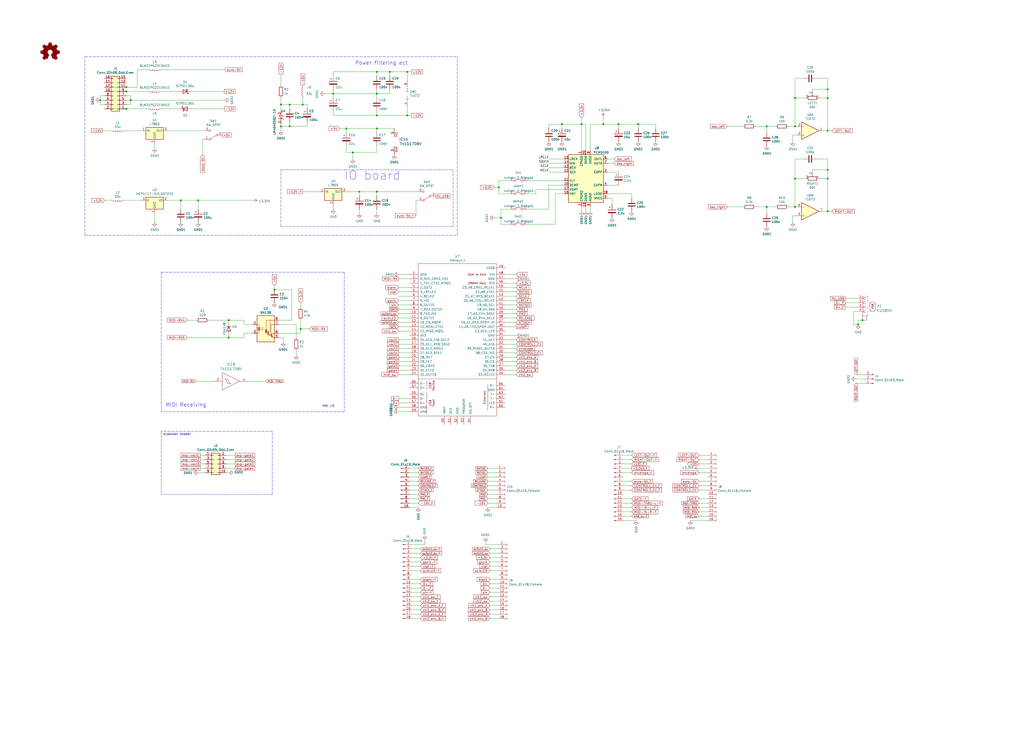
<source format=kicad_sch>
(kicad_sch (version 20211123) (generator eeschema)
  (paper "User" 597.103 436.067)
  (junction (at 447.04 73.66))
  (junction (at 482.6 123.19))
  (junction (at 463.55 73.66))
  (junction (at 502.92 186.69))
  (junction (at 73.66 50.8))
  (junction (at 160.02 168.91))
  (junction (at 105.41 116.84))
  (junction (at 447.04 120.65))
  (junction (at 351.79 72.39))
  (junction (at 219.71 111.76))
  (junction (at 482.6 52.07))
  (junction (at 194.31 54.61))
  (junction (at 163.83 60.96))
  (junction (at 500.38 189.23))
  (junction (at 227.33 41.91))
  (junction (at 209.55 111.76))
  (junction (at 237.49 67.31))
  (junction (at 463.55 120.65))
  (junction (at 205.74 88.9))
  (junction (at 463.55 104.14))
  (junction (at 463.55 57.15))
  (junction (at 163.83 73.66))
  (junction (at 339.09 72.39))
  (junction (at 219.71 67.31))
  (junction (at 133.35 186.69))
  (junction (at 168.91 73.66))
  (junction (at 115.57 116.84))
  (junction (at 76.2 58.42))
  (junction (at 292.1 127))
  (junction (at 372.11 72.39))
  (junction (at 133.35 196.85))
  (junction (at 58.42 58.42))
  (junction (at 482.6 104.14))
  (junction (at 327.66 72.39))
  (junction (at 360.68 72.39))
  (junction (at 482.6 99.06))
  (junction (at 175.26 191.77))
  (junction (at 482.6 76.2))
  (junction (at 219.71 74.93))
  (junction (at 168.91 60.96))
  (junction (at 290.83 109.22))
  (junction (at 73.66 63.5))
  (junction (at 482.6 57.15))
  (junction (at 201.93 74.93))
  (junction (at 219.71 54.61))
  (junction (at 73.66 53.34))
  (junction (at 219.71 41.91))
  (junction (at 176.53 60.96))
  (junction (at 237.49 41.91))
  (wire (pts (xy 58.42 60.96) (xy 58.42 58.42)))
  (wire (pts (xy 142.24 189.23) (xy 147.32 189.23)))
  (wire (pts (xy 320.04 74.93) (xy 320.04 72.39)))
  (wire (pts (xy 132.08 270.51) (xy 137.16 270.51)))
  (wire (pts (xy 363.22 303.53) (xy 370.84 303.53)))
  (wire (pts (xy 205.74 88.9) (xy 219.71 88.9)))
  (wire (pts (xy 60.96 60.96) (xy 58.42 60.96)))
  (wire (pts (xy 227.33 41.91) (xy 237.49 41.91)))
  (wire (pts (xy 339.09 72.39) (xy 339.09 87.63)))
  (wire (pts (xy 194.31 121.92) (xy 194.31 119.38)))
  (wire (pts (xy 412.75 293.37) (xy 407.67 293.37)))
  (wire (pts (xy 462.28 78.74) (xy 462.28 82.55)))
  (wire (pts (xy 179.07 73.66) (xy 168.91 73.66)))
  (wire (pts (xy 354.33 115.57) (xy 356.87 115.57)))
  (wire (pts (xy 424.18 73.66) (xy 433.07 73.66)))
  (wire (pts (xy 160.02 168.91) (xy 160.02 166.37)))
  (wire (pts (xy 412.75 280.67) (xy 407.67 280.67)))
  (wire (pts (xy 294.64 205.74) (xy 300.99 205.74)))
  (wire (pts (xy 232.41 162.56) (xy 238.76 162.56)))
  (wire (pts (xy 240.03 347.98) (xy 245.11 347.98)))
  (wire (pts (xy 368.3 113.03) (xy 368.3 115.57)))
  (wire (pts (xy 482.6 104.14) (xy 482.6 123.19)))
  (polyline (pts (xy 264.16 99.06) (xy 264.16 132.08)))
  (wire (pts (xy 60.96 55.88) (xy 58.42 55.88)))
  (wire (pts (xy 219.71 64.77) (xy 219.71 67.31)))
  (wire (pts (xy 464.82 125.73) (xy 462.28 125.73)))
  (wire (pts (xy 482.6 45.72) (xy 482.6 52.07)))
  (wire (pts (xy 292.1 130.81) (xy 292.1 127)))
  (wire (pts (xy 162.56 196.85) (xy 165.1 196.85)))
  (wire (pts (xy 242.57 116.84) (xy 242.57 125.73)))
  (wire (pts (xy 363.22 298.45) (xy 368.3 298.45)))
  (wire (pts (xy 238.76 280.67) (xy 243.84 280.67)))
  (wire (pts (xy 240.03 350.52) (xy 245.11 350.52)))
  (wire (pts (xy 232.41 180.34) (xy 238.76 180.34)))
  (wire (pts (xy 504.19 218.44) (xy 499.11 218.44)))
  (wire (pts (xy 285.75 347.98) (xy 290.83 347.98)))
  (wire (pts (xy 447.04 73.66) (xy 452.12 73.66)))
  (wire (pts (xy 292.1 121.92) (xy 297.18 121.92)))
  (wire (pts (xy 473.71 99.06) (xy 473.71 100.33)))
  (wire (pts (xy 500.38 181.61) (xy 497.84 181.61)))
  (wire (pts (xy 463.55 92.71) (xy 463.55 104.14)))
  (wire (pts (xy 172.72 189.23) (xy 172.72 196.85)))
  (wire (pts (xy 290.83 320.04) (xy 285.75 320.04)))
  (wire (pts (xy 105.41 121.92) (xy 105.41 116.84)))
  (wire (pts (xy 289.56 280.67) (xy 284.48 280.67)))
  (wire (pts (xy 64.77 116.84) (xy 60.96 116.84)))
  (wire (pts (xy 238.76 278.13) (xy 243.84 278.13)))
  (polyline (pts (xy 93.98 158.75) (xy 200.66 158.75)))
  (wire (pts (xy 363.22 290.83) (xy 368.3 290.83)))
  (wire (pts (xy 227.33 54.61) (xy 219.71 54.61)))
  (wire (pts (xy 240.03 342.9) (xy 245.11 342.9)))
  (wire (pts (xy 93.98 40.64) (xy 130.81 40.64)))
  (wire (pts (xy 312.42 110.49) (xy 328.93 110.49)))
  (wire (pts (xy 238.76 283.21) (xy 243.84 283.21)))
  (wire (pts (xy 93.98 63.5) (xy 104.14 63.5)))
  (wire (pts (xy 240.03 337.82) (xy 245.11 337.82)))
  (polyline (pts (xy 200.66 158.75) (xy 200.66 240.03)))
  (wire (pts (xy 232.41 234.95) (xy 238.76 234.95)))
  (wire (pts (xy 163.83 64.77) (xy 163.83 60.96)))
  (wire (pts (xy 320.04 92.71) (xy 328.93 92.71)))
  (wire (pts (xy 219.71 121.92) (xy 219.71 124.46)))
  (wire (pts (xy 240.03 320.04) (xy 245.11 320.04)))
  (wire (pts (xy 300.99 213.36) (xy 294.64 213.36)))
  (wire (pts (xy 115.57 121.92) (xy 115.57 116.84)))
  (wire (pts (xy 162.56 189.23) (xy 172.72 189.23)))
  (wire (pts (xy 238.76 290.83) (xy 243.84 290.83)))
  (wire (pts (xy 482.6 52.07) (xy 482.6 57.15)))
  (wire (pts (xy 111.76 53.34) (xy 130.81 53.34)))
  (wire (pts (xy 294.64 177.8) (xy 300.99 177.8)))
  (wire (pts (xy 247.65 317.5) (xy 247.65 314.96)))
  (wire (pts (xy 219.71 88.9) (xy 219.71 85.09)))
  (wire (pts (xy 232.41 198.12) (xy 238.76 198.12)))
  (wire (pts (xy 132.08 267.97) (xy 137.16 267.97)))
  (wire (pts (xy 229.87 74.93) (xy 219.71 74.93)))
  (wire (pts (xy 232.41 182.88) (xy 238.76 182.88)))
  (polyline (pts (xy 200.66 240.03) (xy 93.98 240.03)))
  (wire (pts (xy 482.6 99.06) (xy 482.6 104.14)))
  (wire (pts (xy 227.33 52.07) (xy 227.33 54.61)))
  (wire (pts (xy 73.66 55.88) (xy 76.2 55.88)))
  (wire (pts (xy 440.69 120.65) (xy 447.04 120.65)))
  (wire (pts (xy 175.26 191.77) (xy 175.26 194.31)))
  (wire (pts (xy 209.55 114.3) (xy 209.55 111.76)))
  (wire (pts (xy 412.75 273.05) (xy 407.67 273.05)))
  (wire (pts (xy 60.96 53.34) (xy 73.66 53.34)))
  (wire (pts (xy 463.55 57.15) (xy 469.9 57.15)))
  (wire (pts (xy 73.66 60.96) (xy 76.2 60.96)))
  (wire (pts (xy 60.96 58.42) (xy 58.42 58.42)))
  (wire (pts (xy 294.64 175.26) (xy 300.99 175.26)))
  (wire (pts (xy 194.31 54.61) (xy 219.71 54.61)))
  (wire (pts (xy 73.66 63.5) (xy 86.36 63.5)))
  (wire (pts (xy 201.93 88.9) (xy 201.93 85.09)))
  (wire (pts (xy 118.11 81.28) (xy 118.11 90.17)))
  (polyline (pts (xy 93.98 251.46) (xy 93.98 288.29)))
  (wire (pts (xy 463.55 73.66) (xy 463.55 57.15)))
  (wire (pts (xy 363.22 283.21) (xy 368.3 283.21)))
  (wire (pts (xy 320.04 95.25) (xy 328.93 95.25)))
  (wire (pts (xy 168.91 60.96) (xy 168.91 63.5)))
  (wire (pts (xy 142.24 194.31) (xy 147.32 194.31)))
  (wire (pts (xy 363.22 265.43) (xy 368.3 265.43)))
  (wire (pts (xy 482.6 76.2) (xy 485.14 76.2)))
  (wire (pts (xy 288.29 127) (xy 292.1 127)))
  (wire (pts (xy 307.34 105.41) (xy 328.93 105.41)))
  (wire (pts (xy 232.41 187.96) (xy 238.76 187.96)))
  (wire (pts (xy 307.34 121.92) (xy 320.04 121.92)))
  (wire (pts (xy 240.03 330.2) (xy 245.11 330.2)))
  (wire (pts (xy 232.41 237.49) (xy 238.76 237.49)))
  (wire (pts (xy 238.76 167.64) (xy 232.41 167.64)))
  (wire (pts (xy 468.63 45.72) (xy 463.55 45.72)))
  (wire (pts (xy 240.03 322.58) (xy 245.11 322.58)))
  (wire (pts (xy 289.56 293.37) (xy 284.48 293.37)))
  (wire (pts (xy 58.42 55.88) (xy 58.42 58.42)))
  (wire (pts (xy 363.22 273.05) (xy 368.3 273.05)))
  (wire (pts (xy 243.84 116.84) (xy 242.57 116.84)))
  (wire (pts (xy 289.56 275.59) (xy 284.48 275.59)))
  (wire (pts (xy 64.77 76.2) (xy 59.69 76.2)))
  (wire (pts (xy 320.04 107.95) (xy 328.93 107.95)))
  (wire (pts (xy 238.76 275.59) (xy 243.84 275.59)))
  (wire (pts (xy 170.18 186.69) (xy 170.18 168.91)))
  (wire (pts (xy 240.03 340.36) (xy 245.11 340.36)))
  (wire (pts (xy 339.09 68.58) (xy 339.09 72.39)))
  (wire (pts (xy 363.22 300.99) (xy 368.3 300.99)))
  (wire (pts (xy 500.38 173.99) (xy 492.76 173.99)))
  (wire (pts (xy 320.04 97.79) (xy 328.93 97.79)))
  (wire (pts (xy 219.71 111.76) (xy 243.84 111.76)))
  (wire (pts (xy 219.71 67.31) (xy 237.49 67.31)))
  (wire (pts (xy 480.06 76.2) (xy 482.6 76.2)))
  (wire (pts (xy 111.76 63.5) (xy 130.81 63.5)))
  (wire (pts (xy 232.41 193.04) (xy 238.76 193.04)))
  (wire (pts (xy 290.83 327.66) (xy 285.75 327.66)))
  (wire (pts (xy 201.93 74.93) (xy 198.12 74.93)))
  (wire (pts (xy 209.55 111.76) (xy 219.71 111.76)))
  (wire (pts (xy 237.49 46.99) (xy 237.49 41.91)))
  (wire (pts (xy 194.31 41.91) (xy 219.71 41.91)))
  (wire (pts (xy 201.93 74.93) (xy 201.93 77.47)))
  (wire (pts (xy 163.83 73.66) (xy 168.91 73.66)))
  (polyline (pts (xy 93.98 240.03) (xy 93.98 158.75)))
  (polyline (pts (xy 266.7 137.16) (xy 266.7 33.02)))
  (wire (pts (xy 320.04 100.33) (xy 328.93 100.33)))
  (wire (pts (xy 76.2 58.42) (xy 130.81 58.42)))
  (wire (pts (xy 351.79 72.39) (xy 360.68 72.39)))
  (wire (pts (xy 240.03 317.5) (xy 247.65 317.5)))
  (wire (pts (xy 232.41 213.36) (xy 238.76 213.36)))
  (wire (pts (xy 412.75 285.75) (xy 407.67 285.75)))
  (wire (pts (xy 290.83 332.74) (xy 285.75 332.74)))
  (wire (pts (xy 168.91 60.96) (xy 176.53 60.96)))
  (wire (pts (xy 90.17 124.46) (xy 90.17 129.54)))
  (wire (pts (xy 473.71 99.06) (xy 482.6 99.06)))
  (wire (pts (xy 294.64 170.18) (xy 300.99 170.18)))
  (wire (pts (xy 327.66 74.93) (xy 327.66 72.39)))
  (wire (pts (xy 344.17 87.63) (xy 344.17 72.39)))
  (wire (pts (xy 237.49 67.31) (xy 240.03 67.31)))
  (wire (pts (xy 109.22 196.85) (xy 133.35 196.85)))
  (wire (pts (xy 497.84 189.23) (xy 500.38 189.23)))
  (wire (pts (xy 294.64 167.64) (xy 300.99 167.64)))
  (wire (pts (xy 176.53 111.76) (xy 186.69 111.76)))
  (wire (pts (xy 175.26 191.77) (xy 180.34 191.77)))
  (polyline (pts (xy 163.83 132.08) (xy 264.16 132.08)))
  (wire (pts (xy 238.76 295.91) (xy 243.84 295.91)))
  (wire (pts (xy 205.74 88.9) (xy 205.74 92.71)))
  (wire (pts (xy 283.21 317.5) (xy 290.83 317.5)))
  (wire (pts (xy 477.52 104.14) (xy 482.6 104.14)))
  (wire (pts (xy 133.35 196.85) (xy 142.24 196.85)))
  (wire (pts (xy 294.64 180.34) (xy 300.99 180.34)))
  (wire (pts (xy 294.64 203.2) (xy 300.99 203.2)))
  (wire (pts (xy 232.41 172.72) (xy 238.76 172.72)))
  (wire (pts (xy 289.56 288.29) (xy 284.48 288.29)))
  (wire (pts (xy 232.41 215.9) (xy 238.76 215.9)))
  (wire (pts (xy 300.99 215.9) (xy 294.64 215.9)))
  (wire (pts (xy 372.11 72.39) (xy 382.27 72.39)))
  (wire (pts (xy 463.55 45.72) (xy 463.55 57.15)))
  (wire (pts (xy 232.41 177.8) (xy 238.76 177.8)))
  (wire (pts (xy 232.41 203.2) (xy 238.76 203.2)))
  (wire (pts (xy 289.56 273.05) (xy 284.48 273.05)))
  (wire (pts (xy 76.2 55.88) (xy 76.2 58.42)))
  (wire (pts (xy 289.56 285.75) (xy 284.48 285.75)))
  (wire (pts (xy 163.83 72.39) (xy 163.83 73.66)))
  (wire (pts (xy 209.55 121.92) (xy 209.55 124.46)))
  (polyline (pts (xy 49.53 137.16) (xy 49.53 33.02)))
  (wire (pts (xy 97.79 76.2) (xy 119.38 76.2)))
  (wire (pts (xy 307.34 130.81) (xy 323.85 130.81)))
  (wire (pts (xy 227.33 44.45) (xy 227.33 41.91)))
  (wire (pts (xy 327.66 72.39) (xy 339.09 72.39)))
  (wire (pts (xy 363.22 270.51) (xy 368.3 270.51)))
  (wire (pts (xy 323.85 113.03) (xy 328.93 113.03)))
  (wire (pts (xy 285.75 350.52) (xy 290.83 350.52)))
  (wire (pts (xy 464.82 78.74) (xy 462.28 78.74)))
  (wire (pts (xy 504.19 223.52) (xy 499.11 223.52)))
  (wire (pts (xy 341.63 87.63) (xy 341.63 72.39)))
  (wire (pts (xy 500.38 186.69) (xy 500.38 189.23)))
  (wire (pts (xy 73.66 50.8) (xy 80.01 50.8)))
  (wire (pts (xy 290.83 330.2) (xy 285.75 330.2)))
  (wire (pts (xy 165.1 196.85) (xy 165.1 199.39)))
  (wire (pts (xy 339.09 123.19) (xy 339.09 120.65)))
  (wire (pts (xy 363.22 267.97) (xy 368.3 267.97)))
  (wire (pts (xy 238.76 285.75) (xy 243.84 285.75)))
  (wire (pts (xy 447.04 120.65) (xy 452.12 120.65)))
  (wire (pts (xy 219.71 54.61) (xy 219.71 52.07)))
  (polyline (pts (xy 158.75 251.46) (xy 93.98 251.46)))
  (wire (pts (xy 412.75 275.59) (xy 407.67 275.59)))
  (wire (pts (xy 176.53 60.96) (xy 176.53 57.15)))
  (wire (pts (xy 363.22 280.67) (xy 368.3 280.67)))
  (wire (pts (xy 116.84 273.05) (xy 119.38 273.05)))
  (wire (pts (xy 93.98 53.34) (xy 104.14 53.34)))
  (wire (pts (xy 72.39 116.84) (xy 82.55 116.84)))
  (wire (pts (xy 76.2 60.96) (xy 76.2 58.42)))
  (wire (pts (xy 133.35 186.69) (xy 142.24 186.69)))
  (wire (pts (xy 240.03 325.12) (xy 245.11 325.12)))
  (wire (pts (xy 194.31 64.77) (xy 194.31 67.31)))
  (wire (pts (xy 289.56 278.13) (xy 284.48 278.13)))
  (wire (pts (xy 502.92 186.69) (xy 505.46 186.69)))
  (wire (pts (xy 238.76 293.37) (xy 243.84 293.37)))
  (wire (pts (xy 219.71 41.91) (xy 227.33 41.91)))
  (wire (pts (xy 372.11 72.39) (xy 372.11 74.93)))
  (wire (pts (xy 290.83 342.9) (xy 285.75 342.9)))
  (wire (pts (xy 459.74 120.65) (xy 463.55 120.65)))
  (wire (pts (xy 292.1 127) (xy 292.1 121.92)))
  (wire (pts (xy 500.38 176.53) (xy 492.76 176.53)))
  (wire (pts (xy 294.64 187.96) (xy 300.99 187.96)))
  (wire (pts (xy 473.71 52.07) (xy 473.71 53.34)))
  (wire (pts (xy 245.11 360.68) (xy 240.03 360.68)))
  (wire (pts (xy 168.91 71.12) (xy 168.91 73.66)))
  (wire (pts (xy 344.17 123.19) (xy 344.17 120.65)))
  (wire (pts (xy 300.99 208.28) (xy 294.64 208.28)))
  (wire (pts (xy 360.68 72.39) (xy 372.11 72.39)))
  (wire (pts (xy 176.53 60.96) (xy 179.07 60.96)))
  (wire (pts (xy 163.83 43.18) (xy 163.83 49.53)))
  (wire (pts (xy 412.75 300.99) (xy 407.67 300.99)))
  (wire (pts (xy 290.83 105.41) (xy 290.83 109.22)))
  (wire (pts (xy 289.56 283.21) (xy 284.48 283.21)))
  (wire (pts (xy 294.64 218.44) (xy 300.99 218.44)))
  (wire (pts (xy 73.66 53.34) (xy 86.36 53.34)))
  (wire (pts (xy 360.68 100.33) (xy 354.33 100.33)))
  (wire (pts (xy 297.18 130.81) (xy 292.1 130.81)))
  (wire (pts (xy 412.75 283.21) (xy 407.67 283.21)))
  (wire (pts (xy 294.64 172.72) (xy 300.99 172.72)))
  (wire (pts (xy 232.41 232.41) (xy 238.76 232.41)))
  (wire (pts (xy 105.41 116.84) (xy 115.57 116.84)))
  (wire (pts (xy 168.91 60.96) (xy 163.83 60.96)))
  (polyline (pts (xy 93.98 288.29) (xy 158.75 288.29)))
  (wire (pts (xy 307.34 113.03) (xy 312.42 113.03)))
  (wire (pts (xy 382.27 72.39) (xy 382.27 74.93)))
  (wire (pts (xy 447.04 120.65) (xy 447.04 124.46)))
  (wire (pts (xy 290.83 337.82) (xy 285.75 337.82)))
  (wire (pts (xy 412.75 303.53) (xy 402.59 303.53)))
  (wire (pts (xy 142.24 186.69) (xy 142.24 189.23)))
  (wire (pts (xy 289.56 290.83) (xy 284.48 290.83)))
  (wire (pts (xy 201.93 74.93) (xy 219.71 74.93)))
  (wire (pts (xy 500.38 179.07) (xy 492.76 179.07)))
  (wire (pts (xy 297.18 105.41) (xy 290.83 105.41)))
  (polyline (pts (xy 163.83 132.08) (xy 163.83 99.06)))
  (wire (pts (xy 238.76 273.05) (xy 243.84 273.05)))
  (wire (pts (xy 194.31 67.31) (xy 219.71 67.31)))
  (wire (pts (xy 447.04 73.66) (xy 447.04 77.47)))
  (wire (pts (xy 60.96 50.8) (xy 73.66 50.8)))
  (polyline (pts (xy 49.53 33.02) (xy 266.7 33.02)))
  (wire (pts (xy 162.56 186.69) (xy 170.18 186.69)))
  (wire (pts (xy 351.79 68.58) (xy 351.79 72.39)))
  (wire (pts (xy 297.18 113.03) (xy 290.83 113.03)))
  (wire (pts (xy 504.19 220.98) (xy 499.11 220.98)))
  (wire (pts (xy 240.03 327.66) (xy 245.11 327.66)))
  (wire (pts (xy 133.35 275.59) (xy 132.08 275.59)))
  (wire (pts (xy 232.41 190.5) (xy 238.76 190.5)))
  (wire (pts (xy 285.75 360.68) (xy 290.83 360.68)))
  (wire (pts (xy 237.49 41.91) (xy 240.03 41.91)))
  (wire (pts (xy 60.96 63.5) (xy 73.66 63.5)))
  (wire (pts (xy 300.99 200.66) (xy 294.64 200.66)))
  (wire (pts (xy 360.68 107.95) (xy 354.33 107.95)))
  (wire (pts (xy 205.74 88.9) (xy 201.93 88.9)))
  (wire (pts (xy 80.01 40.64) (xy 86.36 40.64)))
  (wire (pts (xy 300.99 195.58) (xy 294.64 195.58)))
  (wire (pts (xy 232.41 170.18) (xy 238.76 170.18)))
  (wire (pts (xy 175.26 186.69) (xy 175.26 191.77)))
  (polyline (pts (xy 49.53 137.16) (xy 266.7 137.16)))
  (wire (pts (xy 473.71 52.07) (xy 482.6 52.07)))
  (wire (pts (xy 232.41 200.66) (xy 238.76 200.66)))
  (wire (pts (xy 482.6 92.71) (xy 482.6 99.06)))
  (wire (pts (xy 175.26 179.07) (xy 175.26 176.53)))
  (wire (pts (xy 294.64 162.56) (xy 300.99 162.56)))
  (wire (pts (xy 285.75 325.12) (xy 290.83 325.12)))
  (wire (pts (xy 132.08 273.05) (xy 137.16 273.05)))
  (wire (pts (xy 194.31 57.15) (xy 194.31 54.61)))
  (wire (pts (xy 476.25 45.72) (xy 482.6 45.72)))
  (wire (pts (xy 283.21 317.5) (xy 283.21 316.23)))
  (wire (pts (xy 232.41 218.44) (xy 238.76 218.44)))
  (wire (pts (xy 463.55 120.65) (xy 463.55 104.14)))
  (wire (pts (xy 300.99 198.12) (xy 294.64 198.12)))
  (wire (pts (xy 179.07 60.96) (xy 179.07 63.5)))
  (wire (pts (xy 175.26 194.31) (xy 162.56 194.31)))
  (wire (pts (xy 294.64 165.1) (xy 300.99 165.1)))
  (wire (pts (xy 285.75 353.06) (xy 290.83 353.06)))
  (wire (pts (xy 232.41 240.03) (xy 238.76 240.03)))
  (wire (pts (xy 290.83 345.44) (xy 285.75 345.44)))
  (wire (pts (xy 121.92 186.69) (xy 133.35 186.69)))
  (wire (pts (xy 116.84 265.43) (xy 119.38 265.43)))
  (wire (pts (xy 476.25 92.71) (xy 482.6 92.71)))
  (wire (pts (xy 170.18 168.91) (xy 160.02 168.91)))
  (wire (pts (xy 219.71 54.61) (xy 219.71 57.15)))
  (wire (pts (xy 320.04 121.92) (xy 320.04 107.95)))
  (wire (pts (xy 289.56 295.91) (xy 284.48 295.91)))
  (wire (pts (xy 363.22 293.37) (xy 368.3 293.37)))
  (wire (pts (xy 194.31 41.91) (xy 194.31 44.45)))
  (wire (pts (xy 497.84 181.61) (xy 497.84 189.23)))
  (wire (pts (xy 90.17 83.82) (xy 90.17 86.36)))
  (wire (pts (xy 285.75 358.14) (xy 290.83 358.14)))
  (wire (pts (xy 76.2 58.42) (xy 73.66 58.42)))
  (wire (pts (xy 232.41 185.42) (xy 238.76 185.42)))
  (wire (pts (xy 412.75 295.91) (xy 407.67 295.91)))
  (wire (pts (xy 354.33 113.03) (xy 368.3 113.03)))
  (wire (pts (xy 115.57 116.84) (xy 147.32 116.84)))
  (wire (pts (xy 219.71 114.3) (xy 219.71 111.76)))
  (wire (pts (xy 294.64 160.02) (xy 300.99 160.02)))
  (wire (pts (xy 290.83 322.58) (xy 285.75 322.58)))
  (wire (pts (xy 133.35 187.96) (xy 133.35 186.69)))
  (wire (pts (xy 179.07 71.12) (xy 179.07 73.66)))
  (wire (pts (xy 462.28 125.73) (xy 462.28 129.54)))
  (wire (pts (xy 480.06 123.19) (xy 482.6 123.19)))
  (wire (pts (xy 354.33 92.71) (xy 358.14 92.71)))
  (wire (pts (xy 219.71 77.47) (xy 219.71 74.93)))
  (wire (pts (xy 440.69 73.66) (xy 447.04 73.66)))
  (wire (pts (xy 341.63 72.39) (xy 339.09 72.39)))
  (wire (pts (xy 97.79 116.84) (xy 105.41 116.84)))
  (wire (pts (xy 363.22 285.75) (xy 368.3 285.75)))
  (wire (pts (xy 240.03 345.44) (xy 245.11 345.44)))
  (wire (pts (xy 482.6 57.15) (xy 482.6 76.2)))
  (wire (pts (xy 482.6 123.19) (xy 485.14 123.19)))
  (wire (pts (xy 80.01 50.8) (xy 80.01 40.64)))
  (wire (pts (xy 412.75 270.51) (xy 407.67 270.51)))
  (wire (pts (xy 294.64 190.5) (xy 300.99 190.5)))
  (wire (pts (xy 360.68 72.39) (xy 360.68 74.93)))
  (wire (pts (xy 124.46 222.25) (xy 114.3 222.25)))
  (wire (pts (xy 300.99 210.82) (xy 294.64 210.82)))
  (wire (pts (xy 201.93 111.76) (xy 209.55 111.76)))
  (wire (pts (xy 245.11 358.14) (xy 240.03 358.14)))
  (wire (pts (xy 245.11 353.06) (xy 240.03 353.06)))
  (wire (pts (xy 116.84 267.97) (xy 119.38 267.97)))
  (wire (pts (xy 290.83 340.36) (xy 285.75 340.36)))
  (wire (pts (xy 312.42 113.03) (xy 312.42 110.49)))
  (wire (pts (xy 477.52 57.15) (xy 482.6 57.15)))
  (wire (pts (xy 232.41 210.82) (xy 238.76 210.82)))
  (wire (pts (xy 463.55 73.66) (xy 464.82 73.66)))
  (wire (pts (xy 320.04 72.39) (xy 327.66 72.39)))
  (wire (pts (xy 468.63 92.71) (xy 463.55 92.71)))
  (wire (pts (xy 132.08 265.43) (xy 137.16 265.43)))
  (wire (pts (xy 407.67 267.97) (xy 412.75 267.97)))
  (wire (pts (xy 232.41 208.28) (xy 238.76 208.28)))
  (wire (pts (xy 115.57 275.59) (xy 119.38 275.59)))
  (wire (pts (xy 232.41 175.26) (xy 238.76 175.26)))
  (wire (pts (xy 356.87 115.57) (xy 356.87 119.38)))
  (wire (pts (xy 500.38 186.69) (xy 502.92 186.69)))
  (wire (pts (xy 463.55 104.14) (xy 469.9 104.14)))
  (wire (pts (xy 238.76 160.02) (xy 232.41 160.02)))
  (wire (pts (xy 288.29 109.22) (xy 290.83 109.22)))
  (wire (pts (xy 163.83 73.66) (xy 163.83 76.2)))
  (wire (pts (xy 194.31 54.61) (xy 189.23 54.61)))
  (wire (pts (xy 344.17 72.39) (xy 351.79 72.39)))
  (wire (pts (xy 119.38 81.28) (xy 118.11 81.28)))
  (wire (pts (xy 237.49 62.23) (xy 237.49 67.31)))
  (wire (pts (xy 142.24 196.85) (xy 142.24 194.31)))
  (wire (pts (xy 463.55 120.65) (xy 464.82 120.65)))
  (wire (pts (xy 240.03 332.74) (xy 245.11 332.74)))
  (wire (pts (xy 412.75 298.45) (xy 407.67 298.45)))
  (wire (pts (xy 163.83 57.15) (xy 163.83 60.96)))
  (wire (pts (xy 133.35 195.58) (xy 133.35 196.85)))
  (wire (pts (xy 290.83 113.03) (xy 290.83 109.22)))
  (wire (pts (xy 144.78 222.25) (xy 154.94 222.25)))
  (wire (pts (xy 363.22 275.59) (xy 368.3 275.59)))
  (wire (pts (xy 294.64 182.88) (xy 300.99 182.88)))
  (wire (pts (xy 363.22 295.91) (xy 368.3 295.91)))
  (wire (pts (xy 459.74 73.66) (xy 463.55 73.66)))
  (wire (pts (xy 238.76 288.29) (xy 243.84 288.29)))
  (polyline (pts (xy 158.75 288.29) (xy 158.75 251.46)))
  (wire (pts (xy 172.72 204.47) (xy 172.72 207.01)))
  (wire (pts (xy 245.11 355.6) (xy 240.03 355.6)))
  (wire (pts (xy 341.63 123.19) (xy 341.63 120.65)))
  (wire (pts (xy 323.85 130.81) (xy 323.85 113.03)))
  (wire (pts (xy 219.71 44.45) (xy 219.71 41.91)))
  (wire (pts (xy 114.3 186.69) (xy 109.22 186.69)))
  (wire (pts (xy 407.67 265.43) (xy 412.75 265.43)))
  (wire (pts (xy 412.75 290.83) (xy 407.67 290.83)))
  (wire (pts (xy 194.31 54.61) (xy 194.31 52.07)))
  (wire (pts (xy 424.18 120.65) (xy 433.07 120.65)))
  (wire (pts (xy 354.33 95.25) (xy 358.14 95.25)))
  (wire (pts (xy 72.39 76.2) (xy 82.55 76.2)))
  (wire (pts (xy 232.41 205.74) (xy 238.76 205.74)))
  (polyline (pts (xy 163.83 99.06) (xy 264.16 99.06)))
  (wire (pts (xy 116.84 270.51) (xy 119.38 270.51)))
  (wire (pts (xy 294.64 185.42) (xy 300.99 185.42)))
  (wire (pts (xy 285.75 355.6) (xy 290.83 355.6)))
  (text "MIDI Receiving" (at 96.52 237.49 0) (effects (font (size 2.159 2.159)) (justify left bottom)))
  (text "MIDI I/O" (at 187.96 237.49 0) (effects (font (size 1.0668 1.0668)) (justify left bottom)))
  (text "expander header" (at 95.25 254 0) (effects (font (size 1.27 1.27)) (justify left bottom)))
  (text "IO board" (at 200.66 105.41 0) (effects (font (size 5.0038 5.0038)) (justify left bottom)))
  (text "Power filtering ect" (at 207.01 38.1 0) (effects (font (size 2.159 2.159)) (justify left bottom)))
  (label "LRCLK" (at 320.04 92.71 180))
  (label "SCLK" (at 320.04 97.79 180))
  (label "SDATA" (at 320.04 95.25 180))
  (label "MCLK" (at 320.04 100.33 180))
  (global_label "exp-voct2" (shape passive) (at 116.84 267.97 180) (property "Intersheet References" "${INTERSHEET_REFS}" (effects hide)))
  (global_label "+12V-F" (shape bidirectional) (at 368.3 270.51 0) (effects (font (size 1.016 1.016))) (property "Intersheet References" "${INTERSHEET_REFS}" (effects hide)))
  (global_label "exp-voct3" (shape passive) (at 116.84 270.51 180) (property "Intersheet References" "${INTERSHEET_REFS}" (effects hide)))
  (global_label "ctl1_enc_A_F" (shape input) (at 245.11 353.06 0) (property "Intersheet References" "${INTERSHEET_REFS}" (effects hide)))
  (global_label "cutoff" (shape input) (at 284.48 278.13 180) (effects (font (size 1.016 1.016))) (property "Intersheet References" "${INTERSHEET_REFS}" (effects hide)))
  (global_label "switch1_sw-F" (shape input) (at 245.11 320.04 0) (effects (font (size 1.016 1.016))) (property "Intersheet References" "${INTERSHEET_REFS}" (effects hide)))
  (global_label "RELEASE" (shape input) (at 284.48 280.67 180) (effects (font (size 1.016 1.016))) (property "Intersheet References" "${INTERSHEET_REFS}" (effects hide)))
  (global_label "dac_left" (shape input) (at 424.18 73.66 180) (property "Intersheet References" "${INTERSHEET_REFS}" (effects hide)))
  (global_label "+3.3V" (shape input) (at 300.99 165.1 0) (property "Intersheet References" "${INTERSHEET_REFS}" (effects hide)))
  (global_label "PM2" (shape input) (at 284.48 288.29 180) (effects (font (size 1.016 1.016))) (property "Intersheet References" "${INTERSHEET_REFS}" (effects hide)))
  (global_label "envelope_F" (shape input) (at 368.3 275.59 0) (property "Intersheet References" "${INTERSHEET_REFS}" (effects hide)))
  (global_label "+3.3V" (shape input) (at 175.26 176.53 90) (property "Intersheet References" "${INTERSHEET_REFS}" (effects hide)))
  (global_label "exp-gate2" (shape passive) (at 137.16 267.97 0) (property "Intersheet References" "${INTERSHEET_REFS}" (effects hide)))
  (global_label "dac_right" (shape input) (at 424.18 120.65 180) (property "Intersheet References" "${INTERSHEET_REFS}" (effects hide)))
  (global_label "MIDI-THRU" (shape input) (at 407.67 293.37 180) (effects (font (size 1.016 1.016))) (property "Intersheet References" "${INTERSHEET_REFS}" (effects hide)))
  (global_label "LRCLK" (shape input) (at 300.99 175.26 0) (property "Intersheet References" "${INTERSHEET_REFS}" (effects hide)))
  (global_label "D+_F" (shape passive) (at 492.76 179.07 180) (property "Intersheet References" "${INTERSHEET_REFS}" (effects hide)))
  (global_label "+3.3V_F" (shape input) (at 245.11 325.12 0) (property "Intersheet References" "${INTERSHEET_REFS}" (effects hide)))
  (global_label "sclkLED" (shape input) (at 285.75 332.74 180) (property "Intersheet References" "${INTERSHEET_REFS}" (effects hide)))
  (global_label "envelope" (shape input) (at 407.67 275.59 180) (property "Intersheet References" "${INTERSHEET_REFS}" (effects hide)))
  (global_label "ctl1_enc_A" (shape input) (at 285.75 353.06 180) (property "Intersheet References" "${INTERSHEET_REFS}" (effects hide)))
  (global_label "ctl1_enc_A" (shape input) (at 300.99 208.28 0) (property "Intersheet References" "${INTERSHEET_REFS}" (effects hide)))
  (global_label "5V_USB" (shape passive) (at 254 114.3 0) (property "Intersheet References" "${INTERSHEET_REFS}" (effects hide)))
  (global_label "+12V-F" (shape passive) (at 176.53 111.76 180) (property "Intersheet References" "${INTERSHEET_REFS}" (effects hide)))
  (global_label "CONTROL2_CV_F" (shape input) (at 368.3 285.75 0) (property "Intersheet References" "${INTERSHEET_REFS}" (effects hide)))
  (global_label "voct1" (shape passive) (at 232.41 198.12 180) (property "Intersheet References" "${INTERSHEET_REFS}" (effects hide)))
  (global_label "+3.3V" (shape input) (at 288.29 109.22 180) (property "Intersheet References" "${INTERSHEET_REFS}" (effects hide)))
  (global_label "RIGHT-OUT" (shape input) (at 407.67 267.97 180) (property "Intersheet References" "${INTERSHEET_REFS}" (effects hide)))
  (global_label "ctl2_sw_F" (shape input) (at 245.11 350.52 0) (property "Intersheet References" "${INTERSHEET_REFS}" (effects hide)))
  (global_label "voct2" (shape passive) (at 232.41 200.66 180) (property "Intersheet References" "${INTERSHEET_REFS}" (effects hide)))
  (global_label "midi_sw" (shape input) (at 232.41 218.44 180) (property "Intersheet References" "${INTERSHEET_REFS}" (effects hide)))
  (global_label "D-_F" (shape passive) (at 492.76 176.53 180) (property "Intersheet References" "${INTERSHEET_REFS}" (effects hide)))
  (global_label "SCLK" (shape input) (at 300.99 172.72 0) (property "Intersheet References" "${INTERSHEET_REFS}" (effects hide)))
  (global_label "RATIO2_F" (shape input) (at 243.84 273.05 0) (effects (font (size 1.016 1.016))) (property "Intersheet References" "${INTERSHEET_REFS}" (effects hide)))
  (global_label "ctl2_enc_A_F" (shape input) (at 245.11 358.14 0) (property "Intersheet References" "${INTERSHEET_REFS}" (effects hide)))
  (global_label "sin" (shape input) (at 232.41 177.8 180) (property "Intersheet References" "${INTERSHEET_REFS}" (effects hide)))
  (global_label "blank-f" (shape input) (at 245.11 337.82 0) (property "Intersheet References" "${INTERSHEET_REFS}" (effects hide)))
  (global_label "switch2_sw" (shape input) (at 285.75 322.58 180) (effects (font (size 1.016 1.016))) (property "Intersheet References" "${INTERSHEET_REFS}" (effects hide)))
  (global_label "ATTACK_F" (shape input) (at 243.84 285.75 0) (effects (font (size 1.016 1.016))) (property "Intersheet References" "${INTERSHEET_REFS}" (effects hide)))
  (global_label "ctl1_sw_F" (shape input) (at 245.11 347.98 0) (property "Intersheet References" "${INTERSHEET_REFS}" (effects hide)))
  (global_label "exp-gate1" (shape passive) (at 137.16 265.43 0) (property "Intersheet References" "${INTERSHEET_REFS}" (effects hide)))
  (global_label "LEFT-OUT-F" (shape input) (at 368.3 265.43 0) (property "Intersheet References" "${INTERSHEET_REFS}" (effects hide)))
  (global_label "5V_USB" (shape passive) (at 492.76 173.99 180) (property "Intersheet References" "${INTERSHEET_REFS}" (effects hide)))
  (global_label "MIDI-RX4" (shape input) (at 407.67 298.45 180) (effects (font (size 1.016 1.016))) (property "Intersheet References" "${INTERSHEET_REFS}" (effects hide)))
  (global_label "xlat" (shape input) (at 285.75 330.2 180) (property "Intersheet References" "${INTERSHEET_REFS}" (effects hide)))
  (global_label "GATE" (shape input) (at 232.41 190.5 180) (effects (font (size 1.016 1.016))) (property "Intersheet References" "${INTERSHEET_REFS}" (effects hide)))
  (global_label "exp-voct1" (shape passive) (at 116.84 265.43 180) (property "Intersheet References" "${INTERSHEET_REFS}" (effects hide)))
  (global_label "MIDI-RX5" (shape input) (at 109.22 196.85 180) (property "Intersheet References" "${INTERSHEET_REFS}" (effects hide)))
  (global_label "MIDI-RX" (shape input) (at 114.3 222.25 180) (effects (font (size 1.016 1.016))) (property "Intersheet References" "${INTERSHEET_REFS}" (effects hide)))
  (global_label "GATE" (shape input) (at 407.67 290.83 180) (property "Intersheet References" "${INTERSHEET_REFS}" (effects hide)))
  (global_label "gate4" (shape passive) (at 232.41 215.9 180) (property "Intersheet References" "${INTERSHEET_REFS}" (effects hide)))
  (global_label "dac_left" (shape input) (at 358.14 92.71 0) (property "Intersheet References" "${INTERSHEET_REFS}" (effects hide)))
  (global_label "CONTROL3" (shape input) (at 284.48 283.21 180) (effects (font (size 1.016 1.016))) (property "Intersheet References" "${INTERSHEET_REFS}" (effects hide)))
  (global_label "ctl2_enc_A" (shape input) (at 300.99 213.36 0) (property "Intersheet References" "${INTERSHEET_REFS}" (effects hide)))
  (global_label "PM1" (shape input) (at 284.48 290.83 180) (effects (font (size 1.016 1.016))) (property "Intersheet References" "${INTERSHEET_REFS}" (effects hide)))
  (global_label "CONTROL1_CV_F" (shape input) (at 368.3 283.21 0) (property "Intersheet References" "${INTERSHEET_REFS}" (effects hide)))
  (global_label "PM1" (shape input) (at 300.99 180.34 0) (property "Intersheet References" "${INTERSHEET_REFS}" (effects hide)))
  (global_label "ctl2_sw" (shape input) (at 285.75 350.52 180) (property "Intersheet References" "${INTERSHEET_REFS}" (effects hide)))
  (global_label "ctl2_enc_B_F" (shape input) (at 245.11 360.68 0) (property "Intersheet References" "${INTERSHEET_REFS}" (effects hide)))
  (global_label "gate1" (shape passive) (at 232.41 208.28 180) (property "Intersheet References" "${INTERSHEET_REFS}" (effects hide)))
  (global_label "switch2_sw-F" (shape input) (at 245.11 322.58 0) (effects (font (size 1.016 1.016))) (property "Intersheet References" "${INTERSHEET_REFS}" (effects hide)))
  (global_label "euro-5V" (shape input) (at 118.11 90.17 270) (property "Intersheet References" "${INTERSHEET_REFS}" (effects hide)))
  (global_label "switch1_sw" (shape input) (at 232.41 182.88 180) (effects (font (size 1.016 1.016))) (property "Intersheet References" "${INTERSHEET_REFS}" (effects hide)))
  (global_label "sin-f" (shape input) (at 245.11 345.44 0) (property "Intersheet References" "${INTERSHEET_REFS}" (effects hide)))
  (global_label "gate3" (shape passive) (at 232.41 213.36 180) (property "Intersheet References" "${INTERSHEET_REFS}" (effects hide)))
  (global_label "-10V" (shape input) (at 284.48 293.37 180) (property "Intersheet References" "${INTERSHEET_REFS}" (effects hide)))
  (global_label "+5V" (shape input) (at 300.99 160.02 0) (property "Intersheet References" "${INTERSHEET_REFS}" (effects hide)))
  (global_label "-12V" (shape passive) (at 130.81 63.5 0) (property "Intersheet References" "${INTERSHEET_REFS}" (effects hide)))
  (global_label "CONTROL3_F" (shape input) (at 243.84 283.21 0) (effects (font (size 1.016 1.016))) (property "Intersheet References" "${INTERSHEET_REFS}" (effects hide)))
  (global_label "ctl2_sw" (shape input) (at 300.99 218.44 0) (property "Intersheet References" "${INTERSHEET_REFS}" (effects hide)))
  (global_label "RIGHT-OUT" (shape input) (at 485.14 123.19 0) (property "Intersheet References" "${INTERSHEET_REFS}" (effects hide)))
  (global_label "MIDI-RX" (shape passive) (at 232.41 162.56 180) (property "Intersheet References" "${INTERSHEET_REFS}" (effects hide)))
  (global_label "RIGHT-OUT" (shape input) (at 499.11 223.52 270) (effects (font (size 1.016 1.016))) (property "Intersheet References" "${INTERSHEET_REFS}" (effects hide)))
  (global_label "+5V" (shape input) (at 198.12 74.93 180) (property "Intersheet References" "${INTERSHEET_REFS}" (effects hide)))
  (global_label "RATIO2" (shape input) (at 284.48 273.05 180) (effects (font (size 1.016 1.016))) (property "Intersheet References" "${INTERSHEET_REFS}" (effects hide)))
  (global_label "euro-5V" (shape input) (at 407.67 280.67 180) (property "Intersheet References" "${INTERSHEET_REFS}" (effects hide)))
  (global_label "cutoff_f" (shape input) (at 243.84 278.13 0) (effects (font (size 1.016 1.016))) (property "Intersheet References" "${INTERSHEET_REFS}" (effects hide)))
  (global_label "RATIO1" (shape input) (at 284.48 275.59 180) (effects (font (size 1.016 1.016))) (property "Intersheet References" "${INTERSHEET_REFS}" (effects hide)))
  (global_label "ATTACK" (shape input) (at 284.48 285.75 180) (effects (font (size 1.016 1.016))) (property "Intersheet References" "${INTERSHEET_REFS}" (effects hide)))
  (global_label "+5V" (shape passive) (at 129.54 78.74 0) (property "Intersheet References" "${INTERSHEET_REFS}" (effects hide)))
  (global_label "ctl1_sw" (shape input) (at 285.75 347.98 180) (property "Intersheet References" "${INTERSHEET_REFS}" (effects hide)))
  (global_label "voct3" (shape passive) (at 232.41 203.2 180) (property "Intersheet References" "${INTERSHEET_REFS}" (effects hide)))
  (global_label "CONTROL2_CV" (shape input) (at 300.99 205.74 0) (property "Intersheet References" "${INTERSHEET_REFS}" (effects hide)))
  (global_label "PM2" (shape input) (at 300.99 182.88 0) (property "Intersheet References" "${INTERSHEET_REFS}" (effects hide)))
  (global_label "midi_sw" (shape input) (at 407.67 300.99 180) (effects (font (size 1.016 1.016))) (property "Intersheet References" "${INTERSHEET_REFS}" (effects hide)))
  (global_label "ATTACK" (shape input) (at 300.99 187.96 0) (property "Intersheet References" "${INTERSHEET_REFS}" (effects hide)))
  (global_label "switch2_sw" (shape input) (at 232.41 187.96 180) (effects (font (size 1.016 1.016))) (property "Intersheet References" "${INTERSHEET_REFS}" (effects hide)))
  (global_label "+12V" (shape passive) (at 130.81 53.34 0) (property "Intersheet References" "${INTERSHEET_REFS}" (effects hide)))
  (global_label "D-_F" (shape input) (at 245.11 342.9 0) (property "Intersheet References" "${INTERSHEET_REFS}" (effects hide)))
  (global_label "MIDI-IN-L-F" (shape input) (at 368.3 295.91 0) (property "Intersheet References" "${INTERSHEET_REFS}" (effects hide)))
  (global_label "gsclk-f" (shape input) (at 245.11 327.66 0) (property "Intersheet References" "${INTERSHEET_REFS}" (effects hide)))
  (global_label "D+" (shape input) (at 285.75 340.36 180) (property "Intersheet References" "${INTERSHEET_REFS}" (effects hide)))
  (global_label "+5V" (shape input) (at 160.02 166.37 90) (property "Intersheet References" "${INTERSHEET_REFS}" (effects hide)))
  (global_label "D+" (shape passive) (at 232.41 234.95 180) (property "Intersheet References" "${INTERSHEET_REFS}" (effects hide)))
  (global_label "D-" (shape input) (at 285.75 342.9 180) (property "Intersheet References" "${INTERSHEET_REFS}" (effects hide)))
  (global_label "GATE-F" (shape input) (at 368.3 290.83 0) (property "Intersheet References" "${INTERSHEET_REFS}" (effects hide)))
  (global_label "-10V_F" (shape input) (at 243.84 293.37 0) (property "Intersheet References" "${INTERSHEET_REFS}" (effects hide)))
  (global_label "RELEASE_F" (shape input) (at 243.84 280.67 0) (effects (font (size 1.016 1.016))) (property "Intersheet References" "${INTERSHEET_REFS}" (effects hide)))
  (global_label "+12V" (shape input) (at 60.96 116.84 180) (property "Intersheet References" "${INTERSHEET_REFS}" (effects hide)))
  (global_label "cutoff" (shape passive) (at 300.99 190.5 0) (property "Intersheet References" "${INTERSHEET_REFS}" (effects hide)))
  (global_label "RATIO2" (shape input) (at 300.99 177.8 0) (property "Intersheet References" "${INTERSHEET_REFS}" (effects hide)))
  (global_label "sin" (shape input) (at 285.75 345.44 180) (property "Intersheet References" "${INTERSHEET_REFS}" (effects hide)))
  (global_label "MIDI-THRU" (shape input) (at 154.94 222.25 0) (effects (font (size 1.016 1.016))) (property "Intersheet References" "${INTERSHEET_REFS}" (effects hide)))
  (global_label "PM2_F" (shape input) (at 243.84 288.29 0) (effects (font (size 1.016 1.016))) (property "Intersheet References" "${INTERSHEET_REFS}" (effects hide)))
  (global_label "MIDI-IN-R-F" (shape input) (at 368.3 298.45 0) (property "Intersheet References" "${INTERSHEET_REFS}" (effects hide)))
  (global_label "gsclk" (shape input) (at 285.75 327.66 180) (property "Intersheet References" "${INTERSHEET_REFS}" (effects hide)))
  (global_label "D-" (shape passive) (at 232.41 232.41 180) (property "Intersheet References" "${INTERSHEET_REFS}" (effects hide)))
  (global_label "+12V" (shape bidirectional) (at 407.67 270.51 180) (effects (font (size 1.016 1.016))) (property "Intersheet References" "${INTERSHEET_REFS}" (effects hide)))
  (global_label "ctl2_enc_A" (shape input) (at 285.75 358.14 180) (property "Intersheet References" "${INTERSHEET_REFS}" (effects hide)))
  (global_label "ctl1_sw" (shape input) (at 232.41 193.04 180) (property "Intersheet References" "${INTERSHEET_REFS}" (effects hide)))
  (global_label "ctl1_enc_B_F" (shape input) (at 245.11 355.6 0) (property "Intersheet References" "${INTERSHEET_REFS}" (effects hide)))
  (global_label "+12V" (shape passive) (at 240.03 41.91 0) (property "Intersheet References" "${INTERSHEET_REFS}" (effects hide)))
  (global_label "envelope" (shape input) (at 300.99 203.2 0) (property "Intersheet References" "${INTERSHEET_REFS}" (effects hide)))
  (global_label "sclkLED-f" (shape input) (at 245.11 332.74 0) (property "Intersheet References" "${INTERSHEET_REFS}" (effects hide)))
  (global_label "MIDI-RX4" (shape input) (at 109.22 186.69 180) (property "Intersheet References" "${INTERSHEET_REFS}" (effects hide)))
  (global_label "+3.3V" (shape input) (at 339.09 68.58 90) (property "Intersheet References" "${INTERSHEET_REFS}" (effects hide)))
  (global_label "LEFT-OUT" (shape input) (at 407.67 265.43 180) (property "Intersheet References" "${INTERSHEET_REFS}" (effects hide)))
  (global_label "RIGHT-OUT-F" (shape input) (at 368.3 267.97 0) (property "Intersheet References" "${INTERSHEET_REFS}" (effects hide)))
  (global_label "MIDI-RX5" (shape input) (at 407.67 295.91 180) (effects (font (size 1.016 1.016))) (property "Intersheet References" "${INTERSHEET_REFS}" (effects hide)))
  (global_label "gsclk" (shape input) (at 232.41 175.26 180) (property "Intersheet References" "${INTERSHEET_REFS}" (effects hide)))
  (global_label "exp-voct4" (shape passive) (at 116.84 273.05 180) (property "Intersheet References" "${INTERSHEET_REFS}" (effects hide)))
  (global_label "ctl1_enc_B" (shape input) (at 285.75 355.6 180) (property "Intersheet References" "${INTERSHEET_REFS}" (effects hide)))
  (global_label "MIDI-RX" (shape input) (at 180.34 191.77 0) (property "Intersheet References" "${INTERSHEET_REFS}" (effects hide)))
  (global_label "D+_F" (shape input) (at 245.11 340.36 0) (property "Intersheet References" "${INTERSHEET_REFS}" (effects hide)))
  (global_label "-12V" (shape passive) (at 240.03 67.31 0) (property "Intersheet References" "${INTERSHEET_REFS}" (effects hide)))
  (global_label "ctl2_enc_B" (shape input) (at 285.75 360.68 180) (property "Intersheet References" "${INTERSHEET_REFS}" (effects hide)))
  (global_label "euro-5V_f" (shape input) (at 242.57 125.73 180) (property "Intersheet References" "${INTERSHEET_REFS}" (effects hide)))
  (global_label "gate2" (shape passive) (at 232.41 210.82 180) (property "Intersheet References" "${INTERSHEET_REFS}" (effects hide)))
  (global_label "ctl2_enc_B" (shape input) (at 300.99 215.9 0) (property "Intersheet References" "${INTERSHEET_REFS}" (effects hide)))
  (global_label "+12V" (shape passive) (at 59.69 76.2 180) (property "Intersheet References" "${INTERSHEET_REFS}" (effects hide)))
  (global_label "RELEASE" (shape input) (at 300.99 185.42 0) (property "Intersheet References" "${INTERSHEET_REFS}" (effects hide)))
  (global_label "RATIO1" (shape input) (at 300.99 170.18 0) (property "Intersheet References" "${INTERSHEET_REFS}" (effects hide)))
  (global_label "sclkLED" (shape input) (at 232.41 185.42 180) (property "Intersheet References" "${INTERSHEET_REFS}" (effects hide)))
  (global_label "midi_sw-F" (shape input) (at 368.3 300.99 0) (effects (font (size 1.016 1.016))) (property "Intersheet References" "${INTERSHEET_REFS}" (effects hide)))
  (global_label "xlat-f" (shape input) (at 245.11 330.2 0) (property "Intersheet References" "${INTERSHEET_REFS}" (effects hide)))
  (global_label "SDATA" (shape passive) (at 232.41 180.34 180) (effects (font (size 1.016 1.016))) (property "Intersheet References" "${INTERSHEET_REFS}" (effects hide)))
  (global_label "dac_right" (shape input) (at 358.14 95.25 0) (property "Intersheet References" "${INTERSHEET_REFS}" (effects hide)))
  (global_label "PM1_F" (shape input) (at 243.84 290.83 0) (effects (font (size 1.016 1.016))) (property "Intersheet References" "${INTERSHEET_REFS}" (effects hide)))
  (global_label "+3.3V" (shape input) (at 285.75 325.12 180) (property "Intersheet References" "${INTERSHEET_REFS}" (effects hide)))
  (global_label "+3.3VA_F" (shape passive) (at 368.3 273.05 0) (property "Intersheet References" "${INTERSHEET_REFS}" (effects hide)))
  (global_label "euro-5V_f" (shape input) (at 368.3 280.67 0) (property "Intersheet References" "${INTERSHEET_REFS}" (effects hide)))
  (global_label "ctl1_enc_B" (shape input) (at 300.99 210.82 0) (property "Intersheet References" "${INTERSHEET_REFS}" (effects hide)))
  (global_label "xlat" (shape input) (at 232.41 170.18 180) (property "Intersheet References" "${INTERSHEET_REFS}" (effects hide)))
  (global_label "LEFT-OUT" (shape input) (at 485.14 76.2 0) (property "Intersheet References" "${INTERSHEET_REFS}" (effects hide)))
  (global_label "RATIO1_F" (shape input) (at 243.84 275.59 0) (effects (font (size 1.016 1.016))) (property "Intersheet References" "${INTERSHEET_REFS}" (effects hide)))
  (global_label "switch1_sw" (shape input) (at 285.75 320.04 180) (effects (font (size 1.016 1.016))) (property "Intersheet References" "${INTERSHEET_REFS}" (effects hide)))
  (global_label "-10V" (shape passive) (at 176.53 49.53 90) (property "Intersheet References" "${INTERSHEET_REFS}" (effects hide)))
  (global_label "euro-5V" (shape input) (at 130.81 40.64 0) (property "Intersheet References" "${INTERSHEET_REFS}" (effects hide)))
  (global_label "CONTROL1_CV" (shape input) (at 407.67 283.21 180) (property "Intersheet References" "${INTERSHEET_REFS}" (effects hide)))
  (global_label "blank" (shape input) (at 285.75 337.82 180) (property "Intersheet References" "${INTERSHEET_REFS}" (effects hide)))
  (global_label "CONTROL2_CV" (shape input) (at 407.67 285.75 180) (property "Intersheet References" "${INTERSHEET_REFS}" (effects hide)))
  (global_label "CONTROL3" (shape input) (at 300.99 198.12 0) (property "Intersheet References" "${INTERSHEET_REFS}" (effects hide)))
  (global_label "blank" (shape input) (at 232.41 167.64 180) (property "Intersheet References" "${INTERSHEET_REFS}" (effects hide)))
  (global_label "voct4" (shape passive) (at 232.41 205.74 180) (property "Intersheet References" "${INTERSHEET_REFS}" (effects hide)))
  (global_label "exp-gate4" (shape passive) (at 137.16 273.05 0) (property "Intersheet References" "${INTERSHEET_REFS}" (effects hide)))
  (global_label "-12V" (shape passive) (at 163.83 43.18 90) (property "Intersheet References" "${INTERSHEET_REFS}" (effects hide)))
  (global_label "exp-gate3" (shape passive) (at 137.16 270.51 0) (property "Intersheet References" "${INTERSHEET_REFS}" (effects hide)))
  (global_label "LEFT-OUT" (shape input) (at 499.11 218.44 90) (effects (font (size 1.016 1.016))) (property "Intersheet References" "${INTERSHEET_REFS}" (effects hide)))
  (global_label "MIDI-THRU-L-F" (shape input) (at 368.3 293.37 0) (property "Intersheet References" "${INTERSHEET_REFS}" (effects hide)))
  (global_label "MCLK" (shape input) (at 300.99 167.64 0) (property "Intersheet References" "${INTERSHEET_REFS}" (effects hide)))
  (global_label "CONTROL1_CV" (shape input) (at 300.99 200.66 0) (property "Intersheet References" "${INTERSHEET_REFS}" (effects hide)))
  (symbol (lib_id "Audio:PCM5100") (at 341.63 102.87 0) (unit 1)
    (property "Reference" "U8" (at 347.98 86.36 0))
    (property "Value" "PCM5100" (at 350.52 88.9 0))
    (property "Footprint" "Package_SO:TSSOP-20_4.4x6.5mm_P0.65mm" (effects hide))
    (property "Datasheet" "http://www.ti.com/lit/ds/symlink/pcm5100.pdf" (effects hide))
  )
  (symbol (lib_id "power:+3.3VA") (at 351.79 68.58 0) (unit 1)
    (property "Reference" "#PWR029" (effects hide))
    (property "Value" "+3.3VA" (at 352.171 64.1858 0))
  )
  (symbol (lib_id "Amplifier_Operational:TL072") (at 472.44 123.19 0) (mirror x) (unit 2)
    (property "Reference" "U6" (at 472.44 113.8682 0))
    (property "Value" "TL072" (at 472.44 116.1796 0))
    (property "Footprint" "Package_SO:SO-8_3.9x4.9mm_P1.27mm" (effects hide))
    (property "Datasheet" "http://www.ti.com/lit/ds/symlink/tl071.pdf" (effects hide))
  )
  (symbol (lib_id "Device:L") (at 68.58 116.84 270) (unit 1)
    (property "Reference" "L2" (at 68.58 112.2426 90))
    (property "Value" "33u" (at 68.58 114.554 90))
    (property "Footprint" "Inductor_SMD:L_0805_2012Metric" (effects hide))
  )
  (symbol (lib_id "Device:L") (at 68.58 76.2 270) (unit 1)
    (property "Reference" "L1" (at 68.58 71.6026 90))
    (property "Value" "33u" (at 68.58 73.914 90))
    (property "Footprint" "Inductor_SMD:L_1206_3216Metric" (effects hide))
  )
  (symbol (lib_id "power:+3.3VA") (at 147.32 116.84 270) (unit 1)
    (property "Reference" "#PWR08" (effects hide))
    (property "Value" "+3.3VA" (at 150.5712 117.221 90) (effects (justify left)))
  )
  (symbol (lib_id "Amplifier_Operational:TL072") (at 472.44 76.2 0) (mirror x) (unit 1)
    (property "Reference" "U6" (at 472.44 66.8782 0))
    (property "Value" "TL072" (at 472.44 69.1896 0))
    (property "Footprint" "Package_SO:SO-8_3.9x4.9mm_P1.27mm" (effects hide))
    (property "Datasheet" "http://www.ti.com/lit/ds/symlink/tl071.pdf" (effects hide))
  )
  (symbol (lib_id "Device:R_POT_TRIM") (at 473.71 57.15 270) (mirror x) (unit 1)
    (property "Reference" "LEFT1" (at 473.71 60.071 90))
    (property "Value" "50k" (at 473.71 62.3824 90))
    (property "Footprint" "Potentiometer_SMD:Potentiometer_ACP_CA6-VSMD_Vertical_Hole" (effects hide))
  )
  (symbol (lib_id "Device:L") (at 176.53 53.34 180) (unit 1)
    (property "Reference" "L6" (at 180.34 50.8 0))
    (property "Value" "33u" (at 180.34 54.61 0))
    (property "Footprint" "Inductor_SMD:L_0805_2012Metric" (effects hide))
  )
  (symbol (lib_id "teensy:Teensy4.1") (at 266.7 214.63 0) (unit 1)
    (property "Reference" "U7" (at 266.7 149.479 0))
    (property "Value" "Teensy4.1" (at 266.7 151.7904 0))
    (property "Footprint" "teensy:Teensy41-minimal" (effects hide))
  )
  (symbol (lib_id "Device:CP") (at 194.31 48.26 0) (unit 1)
    (property "Reference" "C6" (at 195.58 45.72 0) (effects (justify left)))
    (property "Value" "22u" (at 195.58 50.8 0) (effects (justify left)))
    (property "Footprint" "Capacitor_SMD:C_Elec_5x5.8" (effects hide))
  )
  (symbol (lib_id "Device:CP") (at 194.31 60.96 0) (unit 1)
    (property "Reference" "C7" (at 195.58 58.42 0) (effects (justify left)))
    (property "Value" "22u" (at 195.58 63.5 0) (effects (justify left)))
    (property "Footprint" "Capacitor_SMD:C_Elec_5x5.8" (effects hide))
  )
  (symbol (lib_id "Regulator_Linear:L7805") (at 90.17 76.2 0) (unit 1)
    (property "Reference" "U1" (at 90.17 70.0532 0))
    (property "Value" "L7805" (at 90.17 72.3646 0))
    (property "Footprint" "Package_TO_SOT_SMD:TO-252-2" (effects hide))
    (property "Datasheet" "http://www.st.com/content/ccc/resource/technical/document/datasheet/41/4f/b3/b0/12/d4/47/88/CD00000444.pdf/files/CD00000444.pdf/jcr:content/translations/en.CD00000444.pdf" (effects hide))
  )
  (symbol (lib_id "Device:R_POT_TRIM") (at 473.71 104.14 270) (mirror x) (unit 1)
    (property "Reference" "RIGHT1" (at 473.71 107.061 90))
    (property "Value" "50k" (at 473.71 109.3724 90))
    (property "Footprint" "Potentiometer_SMD:Potentiometer_ACP_CA6-VSMD_Vertical_Hole" (effects hide))
  )
  (symbol (lib_id "Regulator_Linear:NCP1117-3.3_SOT223") (at 90.17 116.84 0) (unit 1)
    (property "Reference" "U2" (at 90.17 110.6932 0))
    (property "Value" "NCP1117-3.3_SOT223" (at 90.17 113.0046 0))
    (property "Footprint" "Package_TO_SOT_SMD:SOT-223-3_TabPin2" (effects hide))
    (property "Datasheet" "http://www.onsemi.com/pub_link/Collateral/NCP1117-D.PDF" (effects hide))
  )
  (symbol (lib_id "Connector_Generic:Conn_02x05_Odd_Even") (at 124.46 270.51 0) (unit 1)
    (property "Reference" "J2" (at 125.73 259.9182 0))
    (property "Value" "Conn_02x05_Odd_Even" (at 125.73 262.2296 0))
    (property "Footprint" "Connector_PinHeader_1.27mm:PinHeader_2x05_P1.27mm_Vertical_SMD" (effects hide))
  )
  (symbol (lib_id "Device:D_Schottky") (at 107.95 53.34 180) (unit 1)
    (property "Reference" "D1" (at 107.95 47.8282 0))
    (property "Value" "STPS1L30U" (at 107.95 50.1396 0))
    (property "Footprint" "Diode_SMD:D_SMB" (effects hide))
  )
  (symbol (lib_id "Device:D_Schottky") (at 107.95 63.5 0) (unit 1)
    (property "Reference" "D2" (at 107.95 67.31 0))
    (property "Value" "STPS1L30U" (at 107.95 60.2996 0))
    (property "Footprint" "Diode_SMD:D_SMB" (effects hide))
  )
  (symbol (lib_id "Device:L") (at 90.17 53.34 270) (unit 1)
    (property "Reference" "L4" (at 90.17 48.7426 90))
    (property "Value" "BLM21PG221SN1D" (at 90.17 51.054 90))
    (property "Footprint" "Inductor_SMD:L_0805_2012Metric" (effects hide))
  )
  (symbol (lib_id "Device:L") (at 90.17 63.5 270) (unit 1)
    (property "Reference" "L5" (at 90.17 66.04 90))
    (property "Value" "BLM21PG221SN1D" (at 90.17 61.214 90))
    (property "Footprint" "Inductor_SMD:L_0805_2012Metric" (effects hide))
  )
  (symbol (lib_id "Regulator_Linear:L7805") (at 194.31 111.76 0) (unit 1)
    (property "Reference" "U5" (at 194.31 105.6132 0))
    (property "Value" "L7805" (at 194.31 107.9246 0))
    (property "Footprint" "Package_TO_SOT_SMD:TO-252-2" (effects hide))
    (property "Datasheet" "http://www.st.com/content/ccc/resource/technical/document/datasheet/41/4f/b3/b0/12/d4/47/88/CD00000444.pdf/files/CD00000444.pdf/jcr:content/translations/en.CD00000444.pdf" (effects hide))
  )
  (symbol (lib_id "Graphic:Logo_Open_Hardware_Small") (at 29.21 30.48 0) (unit 1)
    (property "Reference" "#LOGO1" (effects hide))
    (property "Value" "Logo_Open_Hardware_Small" (effects hide))
  )
  (symbol (lib_id "Device:CP") (at 115.57 125.73 0) (unit 1)
    (property "Reference" "C2" (at 118.5672 124.5616 0) (effects (justify left)))
    (property "Value" "100u" (at 118.5672 126.873 0) (effects (justify left)))
    (property "Footprint" "Capacitor_SMD:C_Elec_5x5.8" (effects hide))
  )
  (symbol (lib_id "Device:CP") (at 209.55 118.11 0) (unit 1)
    (property "Reference" "C14" (at 212.5472 116.9416 0) (effects (justify left)))
    (property "Value" "100u" (at 212.5472 119.253 0) (effects (justify left)))
    (property "Footprint" "Capacitor_SMD:C_Elec_5x5.8" (effects hide))
  )
  (symbol (lib_id "Device:CP") (at 360.68 78.74 0) (unit 1)
    (property "Reference" "C23" (at 363.6772 77.5716 0) (effects (justify left)))
    (property "Value" "10u" (at 363.6772 79.883 0) (effects (justify left)))
    (property "Footprint" "Capacitor_SMD:C_Elec_5x5.8" (effects hide))
  )
  (symbol (lib_id "Device:CP") (at 327.66 78.74 0) (unit 1)
    (property "Reference" "C21" (at 328.93 76.2 0) (effects (justify left)))
    (property "Value" "10u" (at 328.93 81.28 0) (effects (justify left)))
    (property "Footprint" "Capacitor_SMD:C_Elec_5x5.8" (effects hide))
  )
  (symbol (lib_id "Device:CP") (at 360.68 104.14 0) (unit 1)
    (property "Reference" "C24" (at 363.6772 102.9716 0) (effects (justify left)))
    (property "Value" "2.2u" (at 363.6772 105.283 0) (effects (justify left)))
    (property "Footprint" "Capacitor_SMD:C_Elec_5x5.8" (effects hide))
  )
  (symbol (lib_id "Device:CP") (at 356.87 123.19 0) (unit 1)
    (property "Reference" "C22" (at 359.8672 122.0216 0) (effects (justify left)))
    (property "Value" "2.2u" (at 359.8672 124.333 0) (effects (justify left)))
    (property "Footprint" "Capacitor_SMD:C_Elec_5x5.8" (effects hide))
  )
  (symbol (lib_id "Device:C") (at 382.27 78.74 0) (unit 1)
    (property "Reference" "C27" (at 385.191 77.5716 0) (effects (justify left)))
    (property "Value" "100n" (at 385.191 79.883 0) (effects (justify left)))
    (property "Footprint" "Capacitor_SMD:C_0805_2012Metric" (effects hide))
  )
  (symbol (lib_id "Device:C") (at 372.11 78.74 0) (unit 1)
    (property "Reference" "C26" (at 375.031 77.5716 0) (effects (justify left)))
    (property "Value" "100n" (at 375.031 79.883 0) (effects (justify left)))
    (property "Footprint" "Capacitor_SMD:C_0805_2012Metric" (effects hide))
  )
  (symbol (lib_id "Device:C") (at 320.04 78.74 0) (unit 1)
    (property "Reference" "C20" (at 321.31 76.2 0) (effects (justify left)))
    (property "Value" "100n" (at 321.31 81.28 0) (effects (justify left)))
    (property "Footprint" "Capacitor_SMD:C_0805_2012Metric" (effects hide))
  )
  (symbol (lib_id "Device:C") (at 447.04 81.28 0) (unit 1)
    (property "Reference" "C28" (at 449.961 80.1116 0) (effects (justify left)))
    (property "Value" "100n" (at 449.961 82.423 0) (effects (justify left)))
    (property "Footprint" "Capacitor_SMD:C_0805_2012Metric" (effects hide))
  )
  (symbol (lib_id "Device:C") (at 447.04 128.27 0) (unit 1)
    (property "Reference" "C29" (at 449.961 127.1016 0) (effects (justify left)))
    (property "Value" "100n" (at 449.961 129.413 0) (effects (justify left)))
    (property "Footprint" "Capacitor_SMD:C_0805_2012Metric" (effects hide))
  )
  (symbol (lib_id "Device:C") (at 368.3 119.38 0) (unit 1)
    (property "Reference" "C25" (at 371.221 118.2116 0) (effects (justify left)))
    (property "Value" "100n" (at 371.221 120.523 0) (effects (justify left)))
    (property "Footprint" "Capacitor_SMD:C_0805_2012Metric" (effects hide))
  )
  (symbol (lib_id "Device:C") (at 219.71 60.96 0) (unit 1)
    (property "Reference" "C16" (at 220.98 58.42 0) (effects (justify left)))
    (property "Value" "100n" (at 220.98 63.5 0) (effects (justify left)))
    (property "Footprint" "Capacitor_SMD:C_0805_2012Metric" (effects hide))
  )
  (symbol (lib_id "Device:C") (at 219.71 48.26 0) (unit 1)
    (property "Reference" "C15" (at 220.98 45.72 0) (effects (justify left)))
    (property "Value" "100n" (at 220.98 50.8 0) (effects (justify left)))
    (property "Footprint" "Capacitor_SMD:C_0805_2012Metric" (effects hide))
  )
  (symbol (lib_id "Device:C") (at 227.33 48.26 0) (unit 1)
    (property "Reference" "C19" (at 228.6 45.72 0) (effects (justify left)))
    (property "Value" "100n" (at 228.6 50.8 0) (effects (justify left)))
    (property "Footprint" "Capacitor_SMD:C_0805_2012Metric" (effects hide))
  )
  (symbol (lib_id "Device:C") (at 168.91 67.31 0) (unit 1)
    (property "Reference" "C4" (at 171.831 66.1416 0) (effects (justify left)))
    (property "Value" "100n" (at 171.831 68.453 0) (effects (justify left)))
    (property "Footprint" "Capacitor_SMD:C_0805_2012Metric" (effects hide))
  )
  (symbol (lib_id "Device:C") (at 105.41 125.73 0) (unit 1)
    (property "Reference" "C1" (at 108.331 124.5616 0) (effects (justify left)))
    (property "Value" "100n" (at 108.331 126.873 0) (effects (justify left)))
    (property "Footprint" "Capacitor_SMD:C_0805_2012Metric" (effects hide))
  )
  (symbol (lib_id "Device:C") (at 219.71 118.11 0) (unit 1)
    (property "Reference" "C18" (at 222.631 116.9416 0) (effects (justify left)))
    (property "Value" "100n" (at 222.631 119.253 0) (effects (justify left)))
    (property "Footprint" "Capacitor_SMD:C_0805_2012Metric" (effects hide))
  )
  (symbol (lib_id "Device:C") (at 160.02 172.72 0) (unit 1)
    (property "Reference" "C3" (at 162.941 171.5516 0) (effects (justify left)))
    (property "Value" "100n" (at 162.941 173.863 0) (effects (justify left)))
    (property "Footprint" "Capacitor_SMD:C_0805_2012Metric" (effects hide))
  )
  (symbol (lib_id "Device:C") (at 472.44 92.71 270) (unit 1)
    (property "Reference" "C31" (at 472.44 86.3092 90))
    (property "Value" "100p" (at 472.44 88.6206 90))
    (property "Footprint" "Capacitor_SMD:C_0805_2012Metric" (effects hide))
  )
  (symbol (lib_id "Device:C") (at 472.44 45.72 270) (unit 1)
    (property "Reference" "C30" (at 472.44 39.3192 90))
    (property "Value" "100p" (at 472.44 41.6306 90))
    (property "Footprint" "Capacitor_SMD:C_0805_2012Metric" (effects hide))
  )
  (symbol (lib_id "Reference_Voltage:LM4040DBZ-10") (at 163.83 68.58 270) (unit 1)
    (property "Reference" "U4" (at 163.83 64.77 90) (effects (justify left)))
    (property "Value" "LM4040DBZ-10" (at 160.02 63.5 0) (effects (justify left)))
    (property "Footprint" "Package_TO_SOT_SMD:SOT-23" (effects hide))
    (property "Datasheet" "http://www.ti.com/lit/ds/symlink/lm4040-n.pdf" (effects hide))
  )
  (symbol (lib_id "Device:R") (at 163.83 53.34 0) (unit 1)
    (property "Reference" "R2" (at 165.608 52.1716 0) (effects (justify left)))
    (property "Value" "1k" (at 165.608 54.483 0) (effects (justify left)))
    (property "Footprint" "Resistor_SMD:R_0805_2012Metric" (effects hide))
  )
  (symbol (lib_id "Amplifier_Operational:TL072") (at 240.03 54.61 0) (unit 3)
    (property "Reference" "U6" (at 238.9632 53.4416 0) (effects (justify left)))
    (property "Value" "TL072" (at 238.9632 55.753 0) (effects (justify left)))
    (property "Footprint" "Package_SO:SO-8_3.9x4.9mm_P1.27mm" (effects hide))
    (property "Datasheet" "http://www.ti.com/lit/ds/symlink/tl071.pdf" (effects hide))
  )
  (symbol (lib_id "Device:R") (at 118.11 186.69 270) (unit 1)
    (property "Reference" "R1" (at 118.11 181.4322 90))
    (property "Value" "220" (at 118.11 183.7436 90))
    (property "Footprint" "Resistor_SMD:R_0805_2012Metric" (effects hide))
  )
  (symbol (lib_id "Device:R") (at 175.26 182.88 180) (unit 1)
    (property "Reference" "R4" (at 177.038 181.7116 0) (effects (justify right)))
    (property "Value" "470" (at 177.038 184.023 0) (effects (justify right)))
    (property "Footprint" "Resistor_SMD:R_0805_2012Metric" (effects hide))
  )
  (symbol (lib_id "Device:R") (at 172.72 200.66 180) (unit 1)
    (property "Reference" "R3" (at 174.498 199.4916 0) (effects (justify right)))
    (property "Value" "1k" (at 174.498 201.803 0) (effects (justify right)))
    (property "Footprint" "Resistor_SMD:R_0805_2012Metric" (effects hide))
  )
  (symbol (lib_id "Device:R") (at 436.88 73.66 90) (unit 1)
    (property "Reference" "R7" (at 436.88 68.4022 90))
    (property "Value" "2.2k" (at 436.88 70.7136 90))
    (property "Footprint" "Resistor_SMD:R_0805_2012Metric" (effects hide))
  )
  (symbol (lib_id "Device:R") (at 436.88 120.65 90) (unit 1)
    (property "Reference" "R8" (at 436.88 115.3922 90))
    (property "Value" "2.2k" (at 436.88 117.7036 90))
    (property "Footprint" "Resistor_SMD:R_0805_2012Metric" (effects hide))
  )
  (symbol (lib_id "Device:R") (at 455.93 73.66 90) (unit 1)
    (property "Reference" "R9" (at 455.93 68.4022 90))
    (property "Value" "10k" (at 455.93 70.7136 90))
    (property "Footprint" "Resistor_SMD:R_0805_2012Metric" (effects hide))
  )
  (symbol (lib_id "Device:R") (at 455.93 120.65 90) (unit 1)
    (property "Reference" "R10" (at 455.93 115.3922 90))
    (property "Value" "10k" (at 455.93 117.7036 90))
    (property "Footprint" "Resistor_SMD:R_0805_2012Metric" (effects hide))
  )
  (symbol (lib_id "Device:D") (at 133.35 191.77 270) (unit 1)
    (property "Reference" "D3" (at 135.382 190.6016 90) (effects (justify left)))
    (property "Value" "1N4148" (at 130.81 187.96 0) (effects (justify left)))
    (property "Footprint" "Diode_SMD:D_0805_2012Metric" (effects hide))
  )
  (symbol (lib_id "power:GND1") (at 58.42 58.42 270) (unit 1)
    (property "Reference" "#PWR01" (effects hide))
    (property "Value" "GND1" (at 54.0258 58.547 0))
  )
  (symbol (lib_id "Switch:SW_SPDT") (at 124.46 78.74 180) (unit 1)
    (property "Reference" "SW1" (at 124.46 70.485 0))
    (property "Value" "SW_SPDT" (at 124.46 72.7964 0))
    (property "Footprint" "Button_Switch_SMD:SW_SPDT_PCM12" (effects hide))
  )
  (symbol (lib_id "Switch:SW_SPDT") (at 248.92 114.3 180) (unit 1)
    (property "Reference" "SW2" (at 248.92 106.045 0))
    (property "Value" "SW_SPDT" (at 248.92 108.3564 0))
    (property "Footprint" "Button_Switch_SMD:SW_SPDT_PCM12" (effects hide))
  )
  (symbol (lib_id "Isolator:6N138") (at 154.94 191.77 0) (unit 1)
    (property "Reference" "U3" (at 154.94 179.9082 0))
    (property "Value" "6N138" (at 154.94 182.2196 0))
    (property "Footprint" "VesturSynthesis:DIL8-SMD" (effects hide))
    (property "Datasheet" "http://www.onsemi.com/pub/Collateral/HCPL2731-D.pdf" (effects hide))
  )
  (symbol (lib_id "power:GND1") (at 165.1 199.39 0) (unit 1)
    (property "Reference" "#PWR011" (effects hide))
    (property "Value" "GND1" (at 165.227 203.7842 0))
  )
  (symbol (lib_id "Connector_Generic:Conn_02x08_Odd_Even") (at 68.58 55.88 180) (unit 1)
    (property "Reference" "J1" (at 67.31 40.005 0))
    (property "Value" "Conn_02x08_Odd_Even" (at 67.31 42.3164 0))
    (property "Footprint" "con-3m:con-3m-PAK100_2500-16" (effects hide))
  )
  (symbol (lib_id "Device:L") (at 90.17 40.64 270) (unit 1)
    (property "Reference" "L3" (at 90.17 36.0426 90))
    (property "Value" "BLM21PG221SN1D" (at 90.17 38.354 90))
    (property "Footprint" "Inductor_SMD:L_0805_2012Metric" (effects hide))
  )
  (symbol (lib_id "Device:CP") (at 201.93 81.28 0) (unit 1)
    (property "Reference" "C10" (at 203.2 78.74 0) (effects (justify left)))
    (property "Value" "22u" (at 203.2 83.82 0) (effects (justify left)))
    (property "Footprint" "Capacitor_SMD:C_Elec_5x5.8" (effects hide))
  )
  (symbol (lib_id "power:GND1") (at 205.74 92.71 0) (unit 1)
    (property "Reference" "#PWR015" (effects hide))
    (property "Value" "GND1" (at 205.867 97.1042 0))
  )
  (symbol (lib_id "Device:C") (at 219.71 81.28 0) (unit 1)
    (property "Reference" "C17" (at 220.98 78.74 0) (effects (justify left)))
    (property "Value" "100n" (at 220.98 83.82 0) (effects (justify left)))
    (property "Footprint" "Capacitor_SMD:C_0805_2012Metric" (effects hide))
  )
  (symbol (lib_id "power:GND1") (at 229.87 90.17 0) (unit 1)
    (property "Reference" "#PWR018" (effects hide))
    (property "Value" "GND1" (at 229.997 94.5642 0))
  )
  (symbol (lib_id "power:GND1") (at 462.28 82.55 0) (unit 1)
    (property "Reference" "#PWR042" (effects hide))
    (property "Value" "GND1" (at 462.407 86.9442 0))
  )
  (symbol (lib_id "power:GND1") (at 462.28 129.54 0) (unit 1)
    (property "Reference" "#PWR043" (effects hide))
    (property "Value" "GND1" (at 462.407 133.9342 0))
  )
  (symbol (lib_id "Device:CP") (at 179.07 67.31 0) (unit 1)
    (property "Reference" "C5" (at 180.34 64.77 0) (effects (justify left)))
    (property "Value" "100u" (at 180.34 69.85 0) (effects (justify left)))
    (property "Footprint" "Capacitor_SMD:C_Elec_5x5.8" (effects hide))
  )
  (symbol (lib_id "power:GND1") (at 115.57 275.59 270) (unit 1)
    (property "Reference" "#PWR0104" (effects hide))
    (property "Value" "GND1" (at 112.3188 275.717 90) (effects (justify right)))
  )
  (symbol (lib_id "VesturSynthesis:741G17DBV") (at 134.62 222.25 0) (unit 2)
    (property "Reference" "IC1" (at 134.62 212.4456 0) (effects (font (size 1.4986 1.4986))))
    (property "Value" "741G17DBV" (at 134.62 215.1126 0) (effects (font (size 1.4986 1.4986))))
    (property "Footprint" "Package_TO_SOT_SMD:SOT-23-5_HandSoldering" (effects hide))
  )
  (symbol (lib_id "power:GND1") (at 172.72 207.01 0) (unit 1)
    (property "Reference" "#PWR012" (effects hide))
    (property "Value" "GND1" (at 172.847 211.4042 0))
  )
  (symbol (lib_id "power:GND1") (at 160.02 176.53 0) (unit 1)
    (property "Reference" "#PWR09" (effects hide))
    (property "Value" "GND1" (at 165.1 179.07 0))
  )
  (symbol (lib_id "power:GND1") (at 90.17 129.54 0) (unit 1)
    (property "Reference" "#PWR03" (effects hide))
    (property "Value" "GND1" (at 90.297 133.9342 0))
  )
  (symbol (lib_id "power:GND1") (at 105.41 129.54 0) (unit 1)
    (property "Reference" "#PWR04" (effects hide))
    (property "Value" "GND1" (at 105.537 133.9342 0))
  )
  (symbol (lib_id "power:GND1") (at 115.57 129.54 0) (unit 1)
    (property "Reference" "#PWR05" (effects hide))
    (property "Value" "GND1" (at 115.697 133.9342 0))
  )
  (symbol (lib_id "power:GND1") (at 90.17 86.36 0) (unit 1)
    (property "Reference" "#PWR02" (effects hide))
    (property "Value" "GND1" (at 90.297 90.7542 0))
  )
  (symbol (lib_id "VesturSynthesis:741G17DBV") (at 229.87 82.55 0) (unit 1)
    (property "Reference" "IC1" (at 232.7148 81.2038 0) (effects (font (size 1.4986 1.4986)) (justify left)))
    (property "Value" "741G17DBV" (at 232.7148 83.8708 0) (effects (font (size 1.4986 1.4986)) (justify left)))
    (property "Footprint" "Package_TO_SOT_SMD:SOT-23-5_HandSoldering" (effects hide))
  )
  (symbol (lib_id "power:GND1") (at 339.09 123.19 0) (unit 1)
    (property "Reference" "#PWR0105" (effects hide))
    (property "Value" "GND1" (at 339.09 128.27 90))
  )
  (symbol (lib_id "power:GND1") (at 341.63 123.19 0) (unit 1)
    (property "Reference" "#PWR0106" (effects hide))
    (property "Value" "GND1" (at 341.63 128.27 90))
  )
  (symbol (lib_id "power:GND1") (at 344.17 123.19 0) (unit 1)
    (property "Reference" "#PWR0107" (effects hide))
    (property "Value" "GND1" (at 344.17 128.27 90))
  )
  (symbol (lib_id "power:GND1") (at 130.81 58.42 90) (unit 1)
    (property "Reference" "#PWR06" (effects hide))
    (property "Value" "GND1" (at 135.2042 58.293 0))
  )
  (symbol (lib_id "power:GND1") (at 163.83 76.2 0) (unit 1)
    (property "Reference" "#PWR010" (effects hide))
    (property "Value" "GND1" (at 163.957 80.5942 0))
  )
  (symbol (lib_id "power:GND1") (at 189.23 54.61 270) (unit 1)
    (property "Reference" "#PWR013" (effects hide))
    (property "Value" "GND1" (at 184.8358 54.737 0))
  )
  (symbol (lib_id "power:GND1") (at 288.29 127 270) (unit 1)
    (property "Reference" "#PWR026" (effects hide))
    (property "Value" "GND1" (at 283.8958 127.127 0))
  )
  (symbol (lib_id "power:GND1") (at 356.87 127 0) (unit 1)
    (property "Reference" "#PWR030" (effects hide))
    (property "Value" "GND1" (at 356.997 131.3942 0))
  )
  (symbol (lib_id "power:GND1") (at 368.3 123.19 0) (unit 1)
    (property "Reference" "#PWR034" (effects hide))
    (property "Value" "GND1" (at 368.427 127.5842 0))
  )
  (symbol (lib_id "power:GND1") (at 372.11 82.55 0) (unit 1)
    (property "Reference" "#PWR035" (effects hide))
    (property "Value" "GND1" (at 372.237 86.9442 0))
  )
  (symbol (lib_id "power:GND1") (at 360.68 82.55 0) (unit 1)
    (property "Reference" "#PWR031" (effects hide))
    (property "Value" "GND1" (at 360.807 86.9442 0))
  )
  (symbol (lib_id "power:GND1") (at 382.27 82.55 0) (unit 1)
    (property "Reference" "#PWR036" (effects hide))
    (property "Value" "GND1" (at 382.397 86.9442 0))
  )
  (symbol (lib_id "power:GND1") (at 327.66 82.55 0) (unit 1)
    (property "Reference" "#PWR027" (effects hide))
    (property "Value" "GND1" (at 327.787 86.9442 0))
  )
  (symbol (lib_id "power:GND1") (at 320.04 82.55 0) (unit 1)
    (property "Reference" "#PWR025" (effects hide))
    (property "Value" "GND1" (at 320.167 86.9442 0))
  )
  (symbol (lib_id "power:GND1") (at 447.04 85.09 0) (unit 1)
    (property "Reference" "#PWR040" (effects hide))
    (property "Value" "GND1" (at 447.167 89.4842 0))
  )
  (symbol (lib_id "power:GND1") (at 447.04 132.08 0) (unit 1)
    (property "Reference" "#PWR041" (effects hide))
    (property "Value" "GND1" (at 447.167 136.4742 0))
  )
  (symbol (lib_id "power:GND1") (at 499.11 220.98 270) (unit 1)
    (property "Reference" "#PWR039" (effects hide))
    (property "Value" "GND1" (at 494.7158 221.107 0))
  )
  (symbol (lib_id "power:GND1") (at 232.41 237.49 270) (unit 1)
    (property "Reference" "#PWR020" (effects hide))
    (property "Value" "GND1" (at 228.0158 237.617 0))
  )
  (symbol (lib_id "power:GND1") (at 232.41 240.03 270) (unit 1)
    (property "Reference" "#PWR021" (effects hide))
    (property "Value" "GND1" (at 228.0158 240.157 0))
  )
  (symbol (lib_id "VesturSynthesis:KUSBVX") (at 505.46 179.07 0) (unit 1)
    (property "Reference" "X1" (at 511.1242 178.435 0) (effects (font (size 1.4986 1.4986)) (justify left)))
    (property "Value" "KUSBVX" (at 511.1242 181.102 0) (effects (font (size 1.4986 1.4986)) (justify left)))
    (property "Footprint" "VesturSynthesis:KUSBVX" (effects hide))
  )
  (symbol (lib_id "power:GND1") (at 232.41 160.02 270) (unit 1)
    (property "Reference" "#PWR019" (effects hide))
    (property "Value" "GND1" (at 227.33 160.02 90))
  )
  (symbol (lib_id "power:GND1") (at 300.99 162.56 90) (unit 1)
    (property "Reference" "#PWR023" (effects hide))
    (property "Value" "GND1" (at 306.07 162.56 90))
  )
  (symbol (lib_id "power:GND1") (at 300.99 195.58 90) (unit 1)
    (property "Reference" "#PWR024" (effects hide))
    (property "Value" "GND1" (at 306.07 195.58 90))
  )
  (symbol (lib_id "power:GND") (at 194.31 121.92 0) (unit 1)
    (property "Reference" "#PWR014" (effects hide))
    (property "Value" "GND" (at 194.437 126.3142 0))
  )
  (symbol (lib_id "power:GND") (at 209.55 124.46 0) (unit 1)
    (property "Reference" "#PWR016" (effects hide))
    (property "Value" "GND" (at 209.677 128.8542 0))
  )
  (symbol (lib_id "power:GND") (at 219.71 124.46 0) (unit 1)
    (property "Reference" "#PWR017" (effects hide))
    (property "Value" "GND" (at 219.837 128.8542 0))
  )
  (symbol (lib_id "power:GND") (at 500.38 189.23 0) (unit 1)
    (property "Reference" "#PWR028" (effects hide))
    (property "Value" "GND" (at 500.507 193.6242 0))
  )
  (symbol (lib_id "power:GND1") (at 133.35 275.59 90) (unit 1)
    (property "Reference" "#PWR07" (effects hide))
    (property "Value" "GND1" (at 136.6012 275.463 90) (effects (justify right)))
  )
  (symbol (lib_id "Connector:Conn_01x03_Male") (at 509.27 220.98 180) (unit 1)
    (property "Reference" "J4" (at 509.9812 219.2528 0) (effects (justify right)))
    (property "Value" "Conn_01x03_Male" (at 509.9812 221.5642 0) (effects (justify right)))
    (property "Footprint" "Connector_PinHeader_2.54mm:PinHeader_1x03_P2.54mm_Vertical_SMD_Pin1Right" (effects hide))
  )
  (symbol (lib_id "power:+3.3VA") (at 407.67 273.05 90) (unit 1)
    (property "Reference" "#PWR061" (effects hide))
    (property "Value" "+3.3VA" (at 404.4442 272.669 90) (effects (justify left)))
  )
  (symbol (lib_id "power:GND") (at 243.84 295.91 0) (unit 1)
    (property "Reference" "#PWR044" (effects hide))
    (property "Value" "GND" (at 243.967 299.1612 90) (effects (justify right)))
  )
  (symbol (lib_id "power:GND") (at 370.84 303.53 0) (unit 1)
    (property "Reference" "#PWR046" (effects hide))
    (property "Value" "GND" (at 370.967 306.7812 90) (effects (justify right)))
  )
  (symbol (lib_id "power:GND") (at 247.65 314.96 180) (unit 1)
    (property "Reference" "#PWR045" (effects hide))
    (property "Value" "GND" (at 247.523 311.7088 90) (effects (justify right)))
  )
  (symbol (lib_id "power:GND1") (at 402.59 303.53 0) (unit 1)
    (property "Reference" "#PWR057" (effects hide))
    (property "Value" "GND1" (at 402.717 307.9242 0))
  )
  (symbol (lib_id "power:GND1") (at 283.21 316.23 180) (unit 1)
    (property "Reference" "#PWR059" (effects hide))
    (property "Value" "GND1" (at 283.083 311.8358 0))
  )
  (symbol (lib_id "power:GND1") (at 284.48 295.91 0) (unit 1)
    (property "Reference" "#PWR062" (effects hide))
    (property "Value" "GND1" (at 284.607 300.3042 0))
  )
  (symbol (lib_id "Connector:Conn_01x10_Female") (at 294.64 283.21 0) (unit 1)
    (property "Reference" "J10" (at 295.3512 283.8196 0) (effects (justify left)))
    (property "Value" "Conn_01x10_Female" (at 295.3512 286.131 0) (effects (justify left)))
    (property "Footprint" "Connector_PinSocket_2.54mm:PinSocket_2x05_P2.54mm_Vertical_SMD" (effects hide))
  )
  (symbol (lib_id "Connector:Conn_01x10_Male") (at 233.68 283.21 0) (unit 1)
    (property "Reference" "J6" (at 236.4232 268.4526 0))
    (property "Value" "Conn_01x10_Male" (at 236.4232 270.764 0))
    (property "Footprint" "Connector_PinHeader_2.54mm:PinHeader_2x05_P2.54mm_Vertical_SMD" (effects hide))
  )
  (symbol (lib_id "Connector:Conn_01x16_Male") (at 358.14 283.21 0) (unit 1)
    (property "Reference" "J7" (at 360.8832 260.8326 0))
    (property "Value" "Conn_01x16_Male" (at 360.8832 263.144 0))
    (property "Footprint" "Connector_PinHeader_2.54mm:PinHeader_2x08_P2.54mm_Vertical_SMD" (effects hide))
  )
  (symbol (lib_id "Connector:Conn_01x16_Female") (at 417.83 283.21 0) (unit 1)
    (property "Reference" "J8" (at 418.5412 283.8196 0) (effects (justify left)))
    (property "Value" "Conn_01x16_Female" (at 418.5412 286.131 0) (effects (justify left)))
    (property "Footprint" "Connector_PinSocket_2.54mm:PinSocket_2x08_P2.54mm_Vertical_SMD" (effects hide))
  )
  (symbol (lib_id "Connector:Conn_01x18_Male") (at 234.95 337.82 0) (unit 1)
    (property "Reference" "J5" (at 237.6932 312.9026 0))
    (property "Value" "Conn_01x18_Male" (at 237.6932 315.214 0))
    (property "Footprint" "Connector_PinHeader_2.54mm:PinHeader_2x09_P2.54mm_Vertical_SMD" (effects hide))
  )
  (symbol (lib_id "Connector:Conn_01x18_Female") (at 295.91 337.82 0) (unit 1)
    (property "Reference" "J9" (at 296.6212 338.4296 0) (effects (justify left)))
    (property "Value" "Conn_01x18_Female" (at 296.6212 340.741 0) (effects (justify left)))
    (property "Footprint" "Connector_PinSocket_2.54mm:PinSocket_2x09_P2.54mm_Vertical_SMD" (effects hide))
  )
  (symbol (lib_id "Jumper:Jumper_2_Bridged") (at 302.26 130.81 0) (unit 1)
    (property "Reference" "fmt1" (at 302.26 126.2085 0))
    (property "Value" "Jumper_2_Bridged" (at 302.26 128.9836 0))
    (property "Footprint" "Jumper:SolderJumper-2_P1.3mm_Open_Pad1.0x1.5mm" (effects hide))
  )
  (symbol (lib_id "Jumper:Jumper_2_Bridged") (at 302.26 113.03 0) (unit 1)
    (property "Reference" "xsmt1" (at 302.26 108.4285 0))
    (property "Value" "Jumper_2_Bridged" (at 302.26 111.2036 0))
    (property "Footprint" "Jumper:SolderJumper-2_P1.3mm_Open_Pad1.0x1.5mm" (effects hide))
  )
  (symbol (lib_id "Jumper:Jumper_2_Bridged") (at 302.26 121.92 0) (unit 1)
    (property "Reference" "demp1" (at 302.26 117.3185 0))
    (property "Value" "Jumper_2_Bridged" (at 302.26 120.0936 0))
    (property "Footprint" "Jumper:SolderJumper-2_P1.3mm_Open_Pad1.0x1.5mm" (effects hide))
  )
  (symbol (lib_id "Jumper:Jumper_2_Bridged") (at 302.26 105.41 0) (unit 1)
    (property "Reference" "flt1" (at 302.26 100.8085 0))
    (property "Value" "Jumper_2_Bridged" (at 302.26 103.5836 0))
    (property "Footprint" "Jumper:SolderJumper-2_P1.3mm_Open_Pad1.0x1.5mm" (effects hide))
  )
)
</source>
